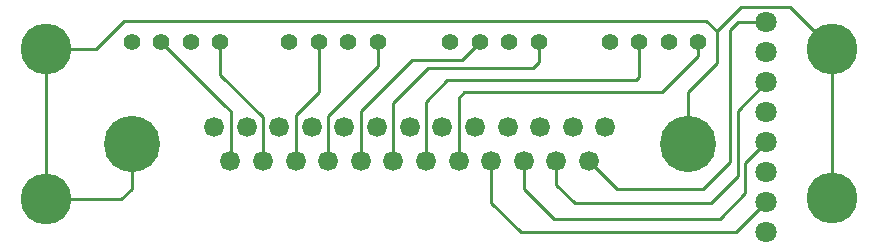
<source format=gbl>
G04*
G04 #@! TF.GenerationSoftware,Altium Limited,Altium Designer,19.0.10 (269)*
G04*
G04 Layer_Physical_Order=2*
G04 Layer_Color=16711680*
%FSLAX25Y25*%
%MOIN*%
G70*
G01*
G75*
%ADD10C,0.01000*%
%ADD16C,0.16929*%
%ADD17C,0.05600*%
%ADD18C,0.18740*%
%ADD19C,0.06653*%
%ADD20C,0.07087*%
D10*
X256000Y12000D02*
X264500Y20500D01*
X200602Y12000D02*
X256000D01*
X190667Y21935D02*
X200602Y12000D01*
X261500Y7500D02*
X271500Y17500D01*
X189594Y7500D02*
X261500D01*
X179797Y17297D02*
X189594Y7500D01*
X255000Y64000D02*
Y74500D01*
X251500Y78000D02*
X255000Y74500D01*
X57500Y78000D02*
X251500D01*
X245244Y54244D02*
X255000Y64000D01*
X279457Y82543D02*
X293500Y68500D01*
X255000Y74500D02*
X263043Y82543D01*
X279457D01*
X293500Y19000D02*
Y68500D01*
X245244Y37000D02*
Y54244D01*
X48000Y68500D02*
X57500Y78000D01*
X31500Y68500D02*
X48000D01*
X56500Y18500D02*
X60000Y22000D01*
Y37000D01*
X31500Y18500D02*
X56500D01*
X31500D02*
Y68500D01*
X264500Y20500D02*
Y30500D01*
X271500Y37500D01*
X262000Y48000D02*
X271500Y57500D01*
X262000Y26172D02*
Y48000D01*
X253126Y17297D02*
X262000Y26172D01*
X250500Y22000D02*
X259500Y31000D01*
X221817Y22000D02*
X250500D01*
X212407Y31409D02*
X221817Y22000D01*
X207703Y17297D02*
X253126D01*
X201537Y23463D02*
X207703Y17297D01*
X259500Y31000D02*
Y74914D01*
X262086Y77500D01*
X271500D01*
X201537Y23463D02*
Y31409D01*
X93000Y33150D02*
X94650Y31500D01*
X179797Y17297D02*
Y31409D01*
X158057Y33313D02*
X159870Y31500D01*
X229158Y59158D02*
Y71000D01*
X228158Y58158D02*
X229158Y59158D01*
X165158Y58158D02*
X228158D01*
X168927Y33313D02*
X170740Y31500D01*
X236658Y54158D02*
X248842Y66342D01*
X170658Y54158D02*
X236658D01*
X168927Y52427D02*
X170658Y54158D01*
X168927Y33313D02*
Y52427D01*
X158057Y51057D02*
X165158Y58158D01*
X158057Y33313D02*
Y51057D01*
X147187Y33313D02*
X149000Y31500D01*
X158658Y62158D02*
X193658D01*
X147187Y50687D02*
X158658Y62158D01*
X136317Y33313D02*
X138130Y31500D01*
X170000Y65000D02*
X176000Y71000D01*
X153500Y65000D02*
X170000D01*
X136317Y47817D02*
X153500Y65000D01*
X147187Y33313D02*
Y50687D01*
X136317Y33313D02*
Y47817D01*
X190667Y21935D02*
Y31409D01*
X248842Y66342D02*
Y71000D01*
X195684Y64184D02*
Y71000D01*
X193658Y62158D02*
X195684Y64184D01*
X125447Y33313D02*
X127260Y31500D01*
X125447Y46447D02*
X142000Y63000D01*
X125447Y33313D02*
Y46447D01*
X142000Y63000D02*
Y71000D01*
X122316Y54316D02*
Y71000D01*
X114577Y33313D02*
X116390Y31500D01*
X114577Y46577D02*
X122316Y54316D01*
X114577Y33313D02*
Y46577D01*
X89500Y60092D02*
Y71000D01*
X103707Y33313D02*
X105520Y31500D01*
X89500Y60092D02*
X103707Y45885D01*
Y33313D02*
Y45885D01*
X69816Y71000D02*
X75816Y65000D01*
X91215Y49601D02*
X93000Y47816D01*
X75828Y65000D02*
X91215Y49614D01*
Y49601D02*
Y49614D01*
X75816Y65000D02*
X75828D01*
X93000Y33150D02*
Y47816D01*
D16*
X31500Y18500D02*
D03*
Y68500D02*
D03*
X293500Y19000D02*
D03*
Y68500D02*
D03*
D17*
X195684Y71000D02*
D03*
X185842D02*
D03*
X176000D02*
D03*
X166158D02*
D03*
X112474D02*
D03*
X122316D02*
D03*
X132158D02*
D03*
X142000D02*
D03*
X248842D02*
D03*
X239000D02*
D03*
X229158D02*
D03*
X219316D02*
D03*
X59974D02*
D03*
X69816D02*
D03*
X79658D02*
D03*
X89500D02*
D03*
D18*
X245244Y37000D02*
D03*
X60000D02*
D03*
D19*
X87402Y42591D02*
D03*
X92837Y31409D02*
D03*
X98272Y42591D02*
D03*
X103707Y31409D02*
D03*
X109142Y42591D02*
D03*
X114577Y31409D02*
D03*
X120012Y42591D02*
D03*
X125447Y31409D02*
D03*
X130882Y42591D02*
D03*
X136317Y31409D02*
D03*
X141752Y42591D02*
D03*
X147187Y31409D02*
D03*
X152622Y42591D02*
D03*
X158057Y31409D02*
D03*
X163492Y42591D02*
D03*
X168927Y31409D02*
D03*
X174362Y42591D02*
D03*
X179797Y31409D02*
D03*
X185232Y42591D02*
D03*
X190667Y31409D02*
D03*
X196102Y42591D02*
D03*
X201537Y31409D02*
D03*
X206972Y42591D02*
D03*
X212407Y31409D02*
D03*
X217843Y42591D02*
D03*
D20*
X271500Y17500D02*
D03*
Y7500D02*
D03*
Y27500D02*
D03*
Y37500D02*
D03*
Y47500D02*
D03*
Y57500D02*
D03*
Y67500D02*
D03*
Y77500D02*
D03*
M02*

</source>
